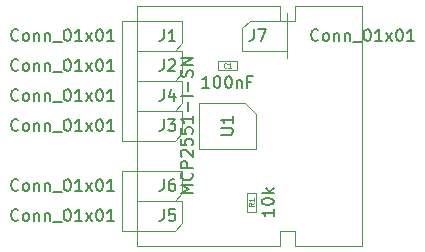
<source format=gbr>
%TF.GenerationSoftware,KiCad,Pcbnew,(5.1.9)-1*%
%TF.CreationDate,2021-05-27T15:02:39+02:00*%
%TF.ProjectId,15_XCAN,31355f58-4341-44e2-9e6b-696361645f70,rev?*%
%TF.SameCoordinates,Original*%
%TF.FileFunction,Other,Fab,Top*%
%FSLAX46Y46*%
G04 Gerber Fmt 4.6, Leading zero omitted, Abs format (unit mm)*
G04 Created by KiCad (PCBNEW (5.1.9)-1) date 2021-05-27 15:02:39*
%MOMM*%
%LPD*%
G01*
G04 APERTURE LIST*
%TA.AperFunction,Profile*%
%ADD10C,0.050000*%
%TD*%
%ADD11C,0.120000*%
%ADD12C,0.100000*%
%ADD13C,0.150000*%
%ADD14C,0.060000*%
G04 APERTURE END LIST*
D10*
X114935000Y-60960000D02*
X120650000Y-60960000D01*
X114935000Y-62230000D02*
X114935000Y-60960000D01*
X113665000Y-62230000D02*
X114935000Y-62230000D01*
X113665000Y-60960000D02*
X113665000Y-62230000D01*
X114935000Y-81280000D02*
X120650000Y-81280000D01*
X114935000Y-80010000D02*
X114935000Y-81280000D01*
X113665000Y-80010000D02*
X114935000Y-80010000D01*
X113665000Y-81280000D02*
X113665000Y-80010000D01*
X101600000Y-62230000D02*
X101600000Y-60960000D01*
X100330000Y-62230000D02*
X101600000Y-62230000D01*
X100330000Y-64770000D02*
X100330000Y-62230000D01*
X100330000Y-72390000D02*
X100330000Y-67310000D01*
X101600000Y-72390000D02*
X100330000Y-72390000D01*
X101600000Y-74930000D02*
X101600000Y-72390000D01*
X100330000Y-74930000D02*
X101600000Y-74930000D01*
X120650000Y-60960000D02*
X120650000Y-81280000D01*
X101600000Y-60960000D02*
X113665000Y-60960000D01*
X101600000Y-80010000D02*
X101600000Y-81280000D01*
X100330000Y-80010000D02*
X101600000Y-80010000D01*
X100330000Y-64770000D02*
X100330000Y-67310000D01*
X113665000Y-81280000D02*
X101600000Y-81280000D01*
X100330000Y-80010000D02*
X100330000Y-74930000D01*
D11*
%TO.C,J4*%
X101600000Y-70485000D02*
X101600000Y-66675000D01*
D12*
X104775000Y-69850000D02*
X101600000Y-69850000D01*
X101600000Y-67310000D02*
X102870000Y-67310000D01*
X102870000Y-67310000D02*
X105410000Y-67310000D01*
X105410000Y-67310000D02*
X105410000Y-69215000D01*
X105410000Y-69215000D02*
X104775000Y-69850000D01*
D11*
%TO.C,J1*%
X101600000Y-65405000D02*
X101600000Y-61595000D01*
D12*
X104775000Y-64770000D02*
X101600000Y-64770000D01*
X101600000Y-62230000D02*
X102870000Y-62230000D01*
X102870000Y-62230000D02*
X105410000Y-62230000D01*
X105410000Y-62230000D02*
X105410000Y-64135000D01*
X105410000Y-64135000D02*
X104775000Y-64770000D01*
D11*
%TO.C,J2*%
X101600000Y-67945000D02*
X101600000Y-64135000D01*
D12*
X104775000Y-67310000D02*
X101600000Y-67310000D01*
X101600000Y-64770000D02*
X102870000Y-64770000D01*
X102870000Y-64770000D02*
X105410000Y-64770000D01*
X105410000Y-64770000D02*
X105410000Y-66675000D01*
X105410000Y-66675000D02*
X104775000Y-67310000D01*
D11*
%TO.C,J3*%
X101600000Y-73025000D02*
X101600000Y-69215000D01*
D12*
X104775000Y-72390000D02*
X101600000Y-72390000D01*
X101600000Y-69850000D02*
X102870000Y-69850000D01*
X102870000Y-69850000D02*
X105410000Y-69850000D01*
X105410000Y-69850000D02*
X105410000Y-71755000D01*
X105410000Y-71755000D02*
X104775000Y-72390000D01*
%TO.C,R1*%
X111652000Y-78397000D02*
X110852000Y-78397000D01*
X110852000Y-78397000D02*
X110852000Y-76797000D01*
X110852000Y-76797000D02*
X111652000Y-76797000D01*
X111652000Y-76797000D02*
X111652000Y-78397000D01*
D11*
%TO.C,J5*%
X101600000Y-80645000D02*
X101600000Y-76835000D01*
D12*
X104775000Y-80010000D02*
X101600000Y-80010000D01*
X101600000Y-77470000D02*
X102870000Y-77470000D01*
X102870000Y-77470000D02*
X105410000Y-77470000D01*
X105410000Y-77470000D02*
X105410000Y-79375000D01*
X105410000Y-79375000D02*
X104775000Y-80010000D01*
%TO.C,C1*%
X108420000Y-66440000D02*
X108420000Y-65640000D01*
X108420000Y-65640000D02*
X110020000Y-65640000D01*
X110020000Y-65640000D02*
X110020000Y-66440000D01*
X110020000Y-66440000D02*
X108420000Y-66440000D01*
D11*
%TO.C,J6*%
X101600000Y-78105000D02*
X101600000Y-74295000D01*
D12*
X104775000Y-77470000D02*
X101600000Y-77470000D01*
X101600000Y-74930000D02*
X102870000Y-74930000D01*
X102870000Y-74930000D02*
X105410000Y-74930000D01*
X105410000Y-74930000D02*
X105410000Y-76835000D01*
X105410000Y-76835000D02*
X104775000Y-77470000D01*
%TO.C,U1*%
X111670000Y-70145000D02*
X111670000Y-73070000D01*
X111670000Y-73070000D02*
X106770000Y-73070000D01*
X106770000Y-73070000D02*
X106770000Y-69170000D01*
X106770000Y-69170000D02*
X110695000Y-69170000D01*
X110695000Y-69170000D02*
X111670000Y-70145000D01*
D11*
%TO.C,J7*%
X114300000Y-61595000D02*
X114300000Y-65405000D01*
D12*
X111125000Y-62230000D02*
X114300000Y-62230000D01*
X114300000Y-64770000D02*
X113030000Y-64770000D01*
X113030000Y-64770000D02*
X110490000Y-64770000D01*
X110490000Y-64770000D02*
X110490000Y-62865000D01*
X110490000Y-62865000D02*
X111125000Y-62230000D01*
%TD*%
%TO.C,J4*%
D13*
X91511904Y-68937142D02*
X91464285Y-68984761D01*
X91321428Y-69032380D01*
X91226190Y-69032380D01*
X91083333Y-68984761D01*
X90988095Y-68889523D01*
X90940476Y-68794285D01*
X90892857Y-68603809D01*
X90892857Y-68460952D01*
X90940476Y-68270476D01*
X90988095Y-68175238D01*
X91083333Y-68080000D01*
X91226190Y-68032380D01*
X91321428Y-68032380D01*
X91464285Y-68080000D01*
X91511904Y-68127619D01*
X92083333Y-69032380D02*
X91988095Y-68984761D01*
X91940476Y-68937142D01*
X91892857Y-68841904D01*
X91892857Y-68556190D01*
X91940476Y-68460952D01*
X91988095Y-68413333D01*
X92083333Y-68365714D01*
X92226190Y-68365714D01*
X92321428Y-68413333D01*
X92369047Y-68460952D01*
X92416666Y-68556190D01*
X92416666Y-68841904D01*
X92369047Y-68937142D01*
X92321428Y-68984761D01*
X92226190Y-69032380D01*
X92083333Y-69032380D01*
X92845238Y-68365714D02*
X92845238Y-69032380D01*
X92845238Y-68460952D02*
X92892857Y-68413333D01*
X92988095Y-68365714D01*
X93130952Y-68365714D01*
X93226190Y-68413333D01*
X93273809Y-68508571D01*
X93273809Y-69032380D01*
X93750000Y-68365714D02*
X93750000Y-69032380D01*
X93750000Y-68460952D02*
X93797619Y-68413333D01*
X93892857Y-68365714D01*
X94035714Y-68365714D01*
X94130952Y-68413333D01*
X94178571Y-68508571D01*
X94178571Y-69032380D01*
X94416666Y-69127619D02*
X95178571Y-69127619D01*
X95607142Y-68032380D02*
X95702380Y-68032380D01*
X95797619Y-68080000D01*
X95845238Y-68127619D01*
X95892857Y-68222857D01*
X95940476Y-68413333D01*
X95940476Y-68651428D01*
X95892857Y-68841904D01*
X95845238Y-68937142D01*
X95797619Y-68984761D01*
X95702380Y-69032380D01*
X95607142Y-69032380D01*
X95511904Y-68984761D01*
X95464285Y-68937142D01*
X95416666Y-68841904D01*
X95369047Y-68651428D01*
X95369047Y-68413333D01*
X95416666Y-68222857D01*
X95464285Y-68127619D01*
X95511904Y-68080000D01*
X95607142Y-68032380D01*
X96892857Y-69032380D02*
X96321428Y-69032380D01*
X96607142Y-69032380D02*
X96607142Y-68032380D01*
X96511904Y-68175238D01*
X96416666Y-68270476D01*
X96321428Y-68318095D01*
X97226190Y-69032380D02*
X97750000Y-68365714D01*
X97226190Y-68365714D02*
X97750000Y-69032380D01*
X98321428Y-68032380D02*
X98416666Y-68032380D01*
X98511904Y-68080000D01*
X98559523Y-68127619D01*
X98607142Y-68222857D01*
X98654761Y-68413333D01*
X98654761Y-68651428D01*
X98607142Y-68841904D01*
X98559523Y-68937142D01*
X98511904Y-68984761D01*
X98416666Y-69032380D01*
X98321428Y-69032380D01*
X98226190Y-68984761D01*
X98178571Y-68937142D01*
X98130952Y-68841904D01*
X98083333Y-68651428D01*
X98083333Y-68413333D01*
X98130952Y-68222857D01*
X98178571Y-68127619D01*
X98226190Y-68080000D01*
X98321428Y-68032380D01*
X99607142Y-69032380D02*
X99035714Y-69032380D01*
X99321428Y-69032380D02*
X99321428Y-68032380D01*
X99226190Y-68175238D01*
X99130952Y-68270476D01*
X99035714Y-68318095D01*
X103806666Y-68032380D02*
X103806666Y-68746666D01*
X103759047Y-68889523D01*
X103663809Y-68984761D01*
X103520952Y-69032380D01*
X103425714Y-69032380D01*
X104711428Y-68365714D02*
X104711428Y-69032380D01*
X104473333Y-67984761D02*
X104235238Y-68699047D01*
X104854285Y-68699047D01*
%TO.C,J1*%
X91511904Y-63857142D02*
X91464285Y-63904761D01*
X91321428Y-63952380D01*
X91226190Y-63952380D01*
X91083333Y-63904761D01*
X90988095Y-63809523D01*
X90940476Y-63714285D01*
X90892857Y-63523809D01*
X90892857Y-63380952D01*
X90940476Y-63190476D01*
X90988095Y-63095238D01*
X91083333Y-63000000D01*
X91226190Y-62952380D01*
X91321428Y-62952380D01*
X91464285Y-63000000D01*
X91511904Y-63047619D01*
X92083333Y-63952380D02*
X91988095Y-63904761D01*
X91940476Y-63857142D01*
X91892857Y-63761904D01*
X91892857Y-63476190D01*
X91940476Y-63380952D01*
X91988095Y-63333333D01*
X92083333Y-63285714D01*
X92226190Y-63285714D01*
X92321428Y-63333333D01*
X92369047Y-63380952D01*
X92416666Y-63476190D01*
X92416666Y-63761904D01*
X92369047Y-63857142D01*
X92321428Y-63904761D01*
X92226190Y-63952380D01*
X92083333Y-63952380D01*
X92845238Y-63285714D02*
X92845238Y-63952380D01*
X92845238Y-63380952D02*
X92892857Y-63333333D01*
X92988095Y-63285714D01*
X93130952Y-63285714D01*
X93226190Y-63333333D01*
X93273809Y-63428571D01*
X93273809Y-63952380D01*
X93750000Y-63285714D02*
X93750000Y-63952380D01*
X93750000Y-63380952D02*
X93797619Y-63333333D01*
X93892857Y-63285714D01*
X94035714Y-63285714D01*
X94130952Y-63333333D01*
X94178571Y-63428571D01*
X94178571Y-63952380D01*
X94416666Y-64047619D02*
X95178571Y-64047619D01*
X95607142Y-62952380D02*
X95702380Y-62952380D01*
X95797619Y-63000000D01*
X95845238Y-63047619D01*
X95892857Y-63142857D01*
X95940476Y-63333333D01*
X95940476Y-63571428D01*
X95892857Y-63761904D01*
X95845238Y-63857142D01*
X95797619Y-63904761D01*
X95702380Y-63952380D01*
X95607142Y-63952380D01*
X95511904Y-63904761D01*
X95464285Y-63857142D01*
X95416666Y-63761904D01*
X95369047Y-63571428D01*
X95369047Y-63333333D01*
X95416666Y-63142857D01*
X95464285Y-63047619D01*
X95511904Y-63000000D01*
X95607142Y-62952380D01*
X96892857Y-63952380D02*
X96321428Y-63952380D01*
X96607142Y-63952380D02*
X96607142Y-62952380D01*
X96511904Y-63095238D01*
X96416666Y-63190476D01*
X96321428Y-63238095D01*
X97226190Y-63952380D02*
X97750000Y-63285714D01*
X97226190Y-63285714D02*
X97750000Y-63952380D01*
X98321428Y-62952380D02*
X98416666Y-62952380D01*
X98511904Y-63000000D01*
X98559523Y-63047619D01*
X98607142Y-63142857D01*
X98654761Y-63333333D01*
X98654761Y-63571428D01*
X98607142Y-63761904D01*
X98559523Y-63857142D01*
X98511904Y-63904761D01*
X98416666Y-63952380D01*
X98321428Y-63952380D01*
X98226190Y-63904761D01*
X98178571Y-63857142D01*
X98130952Y-63761904D01*
X98083333Y-63571428D01*
X98083333Y-63333333D01*
X98130952Y-63142857D01*
X98178571Y-63047619D01*
X98226190Y-63000000D01*
X98321428Y-62952380D01*
X99607142Y-63952380D02*
X99035714Y-63952380D01*
X99321428Y-63952380D02*
X99321428Y-62952380D01*
X99226190Y-63095238D01*
X99130952Y-63190476D01*
X99035714Y-63238095D01*
X103806666Y-62952380D02*
X103806666Y-63666666D01*
X103759047Y-63809523D01*
X103663809Y-63904761D01*
X103520952Y-63952380D01*
X103425714Y-63952380D01*
X104806666Y-63952380D02*
X104235238Y-63952380D01*
X104520952Y-63952380D02*
X104520952Y-62952380D01*
X104425714Y-63095238D01*
X104330476Y-63190476D01*
X104235238Y-63238095D01*
%TO.C,J2*%
X91511904Y-66397142D02*
X91464285Y-66444761D01*
X91321428Y-66492380D01*
X91226190Y-66492380D01*
X91083333Y-66444761D01*
X90988095Y-66349523D01*
X90940476Y-66254285D01*
X90892857Y-66063809D01*
X90892857Y-65920952D01*
X90940476Y-65730476D01*
X90988095Y-65635238D01*
X91083333Y-65540000D01*
X91226190Y-65492380D01*
X91321428Y-65492380D01*
X91464285Y-65540000D01*
X91511904Y-65587619D01*
X92083333Y-66492380D02*
X91988095Y-66444761D01*
X91940476Y-66397142D01*
X91892857Y-66301904D01*
X91892857Y-66016190D01*
X91940476Y-65920952D01*
X91988095Y-65873333D01*
X92083333Y-65825714D01*
X92226190Y-65825714D01*
X92321428Y-65873333D01*
X92369047Y-65920952D01*
X92416666Y-66016190D01*
X92416666Y-66301904D01*
X92369047Y-66397142D01*
X92321428Y-66444761D01*
X92226190Y-66492380D01*
X92083333Y-66492380D01*
X92845238Y-65825714D02*
X92845238Y-66492380D01*
X92845238Y-65920952D02*
X92892857Y-65873333D01*
X92988095Y-65825714D01*
X93130952Y-65825714D01*
X93226190Y-65873333D01*
X93273809Y-65968571D01*
X93273809Y-66492380D01*
X93750000Y-65825714D02*
X93750000Y-66492380D01*
X93750000Y-65920952D02*
X93797619Y-65873333D01*
X93892857Y-65825714D01*
X94035714Y-65825714D01*
X94130952Y-65873333D01*
X94178571Y-65968571D01*
X94178571Y-66492380D01*
X94416666Y-66587619D02*
X95178571Y-66587619D01*
X95607142Y-65492380D02*
X95702380Y-65492380D01*
X95797619Y-65540000D01*
X95845238Y-65587619D01*
X95892857Y-65682857D01*
X95940476Y-65873333D01*
X95940476Y-66111428D01*
X95892857Y-66301904D01*
X95845238Y-66397142D01*
X95797619Y-66444761D01*
X95702380Y-66492380D01*
X95607142Y-66492380D01*
X95511904Y-66444761D01*
X95464285Y-66397142D01*
X95416666Y-66301904D01*
X95369047Y-66111428D01*
X95369047Y-65873333D01*
X95416666Y-65682857D01*
X95464285Y-65587619D01*
X95511904Y-65540000D01*
X95607142Y-65492380D01*
X96892857Y-66492380D02*
X96321428Y-66492380D01*
X96607142Y-66492380D02*
X96607142Y-65492380D01*
X96511904Y-65635238D01*
X96416666Y-65730476D01*
X96321428Y-65778095D01*
X97226190Y-66492380D02*
X97750000Y-65825714D01*
X97226190Y-65825714D02*
X97750000Y-66492380D01*
X98321428Y-65492380D02*
X98416666Y-65492380D01*
X98511904Y-65540000D01*
X98559523Y-65587619D01*
X98607142Y-65682857D01*
X98654761Y-65873333D01*
X98654761Y-66111428D01*
X98607142Y-66301904D01*
X98559523Y-66397142D01*
X98511904Y-66444761D01*
X98416666Y-66492380D01*
X98321428Y-66492380D01*
X98226190Y-66444761D01*
X98178571Y-66397142D01*
X98130952Y-66301904D01*
X98083333Y-66111428D01*
X98083333Y-65873333D01*
X98130952Y-65682857D01*
X98178571Y-65587619D01*
X98226190Y-65540000D01*
X98321428Y-65492380D01*
X99607142Y-66492380D02*
X99035714Y-66492380D01*
X99321428Y-66492380D02*
X99321428Y-65492380D01*
X99226190Y-65635238D01*
X99130952Y-65730476D01*
X99035714Y-65778095D01*
X103806666Y-65492380D02*
X103806666Y-66206666D01*
X103759047Y-66349523D01*
X103663809Y-66444761D01*
X103520952Y-66492380D01*
X103425714Y-66492380D01*
X104235238Y-65587619D02*
X104282857Y-65540000D01*
X104378095Y-65492380D01*
X104616190Y-65492380D01*
X104711428Y-65540000D01*
X104759047Y-65587619D01*
X104806666Y-65682857D01*
X104806666Y-65778095D01*
X104759047Y-65920952D01*
X104187619Y-66492380D01*
X104806666Y-66492380D01*
%TO.C,J3*%
X91511904Y-71477142D02*
X91464285Y-71524761D01*
X91321428Y-71572380D01*
X91226190Y-71572380D01*
X91083333Y-71524761D01*
X90988095Y-71429523D01*
X90940476Y-71334285D01*
X90892857Y-71143809D01*
X90892857Y-71000952D01*
X90940476Y-70810476D01*
X90988095Y-70715238D01*
X91083333Y-70620000D01*
X91226190Y-70572380D01*
X91321428Y-70572380D01*
X91464285Y-70620000D01*
X91511904Y-70667619D01*
X92083333Y-71572380D02*
X91988095Y-71524761D01*
X91940476Y-71477142D01*
X91892857Y-71381904D01*
X91892857Y-71096190D01*
X91940476Y-71000952D01*
X91988095Y-70953333D01*
X92083333Y-70905714D01*
X92226190Y-70905714D01*
X92321428Y-70953333D01*
X92369047Y-71000952D01*
X92416666Y-71096190D01*
X92416666Y-71381904D01*
X92369047Y-71477142D01*
X92321428Y-71524761D01*
X92226190Y-71572380D01*
X92083333Y-71572380D01*
X92845238Y-70905714D02*
X92845238Y-71572380D01*
X92845238Y-71000952D02*
X92892857Y-70953333D01*
X92988095Y-70905714D01*
X93130952Y-70905714D01*
X93226190Y-70953333D01*
X93273809Y-71048571D01*
X93273809Y-71572380D01*
X93750000Y-70905714D02*
X93750000Y-71572380D01*
X93750000Y-71000952D02*
X93797619Y-70953333D01*
X93892857Y-70905714D01*
X94035714Y-70905714D01*
X94130952Y-70953333D01*
X94178571Y-71048571D01*
X94178571Y-71572380D01*
X94416666Y-71667619D02*
X95178571Y-71667619D01*
X95607142Y-70572380D02*
X95702380Y-70572380D01*
X95797619Y-70620000D01*
X95845238Y-70667619D01*
X95892857Y-70762857D01*
X95940476Y-70953333D01*
X95940476Y-71191428D01*
X95892857Y-71381904D01*
X95845238Y-71477142D01*
X95797619Y-71524761D01*
X95702380Y-71572380D01*
X95607142Y-71572380D01*
X95511904Y-71524761D01*
X95464285Y-71477142D01*
X95416666Y-71381904D01*
X95369047Y-71191428D01*
X95369047Y-70953333D01*
X95416666Y-70762857D01*
X95464285Y-70667619D01*
X95511904Y-70620000D01*
X95607142Y-70572380D01*
X96892857Y-71572380D02*
X96321428Y-71572380D01*
X96607142Y-71572380D02*
X96607142Y-70572380D01*
X96511904Y-70715238D01*
X96416666Y-70810476D01*
X96321428Y-70858095D01*
X97226190Y-71572380D02*
X97750000Y-70905714D01*
X97226190Y-70905714D02*
X97750000Y-71572380D01*
X98321428Y-70572380D02*
X98416666Y-70572380D01*
X98511904Y-70620000D01*
X98559523Y-70667619D01*
X98607142Y-70762857D01*
X98654761Y-70953333D01*
X98654761Y-71191428D01*
X98607142Y-71381904D01*
X98559523Y-71477142D01*
X98511904Y-71524761D01*
X98416666Y-71572380D01*
X98321428Y-71572380D01*
X98226190Y-71524761D01*
X98178571Y-71477142D01*
X98130952Y-71381904D01*
X98083333Y-71191428D01*
X98083333Y-70953333D01*
X98130952Y-70762857D01*
X98178571Y-70667619D01*
X98226190Y-70620000D01*
X98321428Y-70572380D01*
X99607142Y-71572380D02*
X99035714Y-71572380D01*
X99321428Y-71572380D02*
X99321428Y-70572380D01*
X99226190Y-70715238D01*
X99130952Y-70810476D01*
X99035714Y-70858095D01*
X103806666Y-70572380D02*
X103806666Y-71286666D01*
X103759047Y-71429523D01*
X103663809Y-71524761D01*
X103520952Y-71572380D01*
X103425714Y-71572380D01*
X104187619Y-70572380D02*
X104806666Y-70572380D01*
X104473333Y-70953333D01*
X104616190Y-70953333D01*
X104711428Y-71000952D01*
X104759047Y-71048571D01*
X104806666Y-71143809D01*
X104806666Y-71381904D01*
X104759047Y-71477142D01*
X104711428Y-71524761D01*
X104616190Y-71572380D01*
X104330476Y-71572380D01*
X104235238Y-71524761D01*
X104187619Y-71477142D01*
%TO.C,R1*%
X113134380Y-78192238D02*
X113134380Y-78763666D01*
X113134380Y-78477952D02*
X112134380Y-78477952D01*
X112277238Y-78573190D01*
X112372476Y-78668428D01*
X112420095Y-78763666D01*
X112134380Y-77573190D02*
X112134380Y-77477952D01*
X112182000Y-77382714D01*
X112229619Y-77335095D01*
X112324857Y-77287476D01*
X112515333Y-77239857D01*
X112753428Y-77239857D01*
X112943904Y-77287476D01*
X113039142Y-77335095D01*
X113086761Y-77382714D01*
X113134380Y-77477952D01*
X113134380Y-77573190D01*
X113086761Y-77668428D01*
X113039142Y-77716047D01*
X112943904Y-77763666D01*
X112753428Y-77811285D01*
X112515333Y-77811285D01*
X112324857Y-77763666D01*
X112229619Y-77716047D01*
X112182000Y-77668428D01*
X112134380Y-77573190D01*
X113134380Y-76811285D02*
X112134380Y-76811285D01*
X112753428Y-76716047D02*
X113134380Y-76430333D01*
X112467714Y-76430333D02*
X112848666Y-76811285D01*
D14*
X111432952Y-77663666D02*
X111242476Y-77797000D01*
X111432952Y-77892238D02*
X111032952Y-77892238D01*
X111032952Y-77739857D01*
X111052000Y-77701761D01*
X111071047Y-77682714D01*
X111109142Y-77663666D01*
X111166285Y-77663666D01*
X111204380Y-77682714D01*
X111223428Y-77701761D01*
X111242476Y-77739857D01*
X111242476Y-77892238D01*
X111432952Y-77282714D02*
X111432952Y-77511285D01*
X111432952Y-77397000D02*
X111032952Y-77397000D01*
X111090095Y-77435095D01*
X111128190Y-77473190D01*
X111147238Y-77511285D01*
%TO.C,J5*%
D13*
X91511904Y-79097142D02*
X91464285Y-79144761D01*
X91321428Y-79192380D01*
X91226190Y-79192380D01*
X91083333Y-79144761D01*
X90988095Y-79049523D01*
X90940476Y-78954285D01*
X90892857Y-78763809D01*
X90892857Y-78620952D01*
X90940476Y-78430476D01*
X90988095Y-78335238D01*
X91083333Y-78240000D01*
X91226190Y-78192380D01*
X91321428Y-78192380D01*
X91464285Y-78240000D01*
X91511904Y-78287619D01*
X92083333Y-79192380D02*
X91988095Y-79144761D01*
X91940476Y-79097142D01*
X91892857Y-79001904D01*
X91892857Y-78716190D01*
X91940476Y-78620952D01*
X91988095Y-78573333D01*
X92083333Y-78525714D01*
X92226190Y-78525714D01*
X92321428Y-78573333D01*
X92369047Y-78620952D01*
X92416666Y-78716190D01*
X92416666Y-79001904D01*
X92369047Y-79097142D01*
X92321428Y-79144761D01*
X92226190Y-79192380D01*
X92083333Y-79192380D01*
X92845238Y-78525714D02*
X92845238Y-79192380D01*
X92845238Y-78620952D02*
X92892857Y-78573333D01*
X92988095Y-78525714D01*
X93130952Y-78525714D01*
X93226190Y-78573333D01*
X93273809Y-78668571D01*
X93273809Y-79192380D01*
X93750000Y-78525714D02*
X93750000Y-79192380D01*
X93750000Y-78620952D02*
X93797619Y-78573333D01*
X93892857Y-78525714D01*
X94035714Y-78525714D01*
X94130952Y-78573333D01*
X94178571Y-78668571D01*
X94178571Y-79192380D01*
X94416666Y-79287619D02*
X95178571Y-79287619D01*
X95607142Y-78192380D02*
X95702380Y-78192380D01*
X95797619Y-78240000D01*
X95845238Y-78287619D01*
X95892857Y-78382857D01*
X95940476Y-78573333D01*
X95940476Y-78811428D01*
X95892857Y-79001904D01*
X95845238Y-79097142D01*
X95797619Y-79144761D01*
X95702380Y-79192380D01*
X95607142Y-79192380D01*
X95511904Y-79144761D01*
X95464285Y-79097142D01*
X95416666Y-79001904D01*
X95369047Y-78811428D01*
X95369047Y-78573333D01*
X95416666Y-78382857D01*
X95464285Y-78287619D01*
X95511904Y-78240000D01*
X95607142Y-78192380D01*
X96892857Y-79192380D02*
X96321428Y-79192380D01*
X96607142Y-79192380D02*
X96607142Y-78192380D01*
X96511904Y-78335238D01*
X96416666Y-78430476D01*
X96321428Y-78478095D01*
X97226190Y-79192380D02*
X97750000Y-78525714D01*
X97226190Y-78525714D02*
X97750000Y-79192380D01*
X98321428Y-78192380D02*
X98416666Y-78192380D01*
X98511904Y-78240000D01*
X98559523Y-78287619D01*
X98607142Y-78382857D01*
X98654761Y-78573333D01*
X98654761Y-78811428D01*
X98607142Y-79001904D01*
X98559523Y-79097142D01*
X98511904Y-79144761D01*
X98416666Y-79192380D01*
X98321428Y-79192380D01*
X98226190Y-79144761D01*
X98178571Y-79097142D01*
X98130952Y-79001904D01*
X98083333Y-78811428D01*
X98083333Y-78573333D01*
X98130952Y-78382857D01*
X98178571Y-78287619D01*
X98226190Y-78240000D01*
X98321428Y-78192380D01*
X99607142Y-79192380D02*
X99035714Y-79192380D01*
X99321428Y-79192380D02*
X99321428Y-78192380D01*
X99226190Y-78335238D01*
X99130952Y-78430476D01*
X99035714Y-78478095D01*
X103806666Y-78192380D02*
X103806666Y-78906666D01*
X103759047Y-79049523D01*
X103663809Y-79144761D01*
X103520952Y-79192380D01*
X103425714Y-79192380D01*
X104759047Y-78192380D02*
X104282857Y-78192380D01*
X104235238Y-78668571D01*
X104282857Y-78620952D01*
X104378095Y-78573333D01*
X104616190Y-78573333D01*
X104711428Y-78620952D01*
X104759047Y-78668571D01*
X104806666Y-78763809D01*
X104806666Y-79001904D01*
X104759047Y-79097142D01*
X104711428Y-79144761D01*
X104616190Y-79192380D01*
X104378095Y-79192380D01*
X104282857Y-79144761D01*
X104235238Y-79097142D01*
%TO.C,C1*%
X107672380Y-67922380D02*
X107100952Y-67922380D01*
X107386666Y-67922380D02*
X107386666Y-66922380D01*
X107291428Y-67065238D01*
X107196190Y-67160476D01*
X107100952Y-67208095D01*
X108291428Y-66922380D02*
X108386666Y-66922380D01*
X108481904Y-66970000D01*
X108529523Y-67017619D01*
X108577142Y-67112857D01*
X108624761Y-67303333D01*
X108624761Y-67541428D01*
X108577142Y-67731904D01*
X108529523Y-67827142D01*
X108481904Y-67874761D01*
X108386666Y-67922380D01*
X108291428Y-67922380D01*
X108196190Y-67874761D01*
X108148571Y-67827142D01*
X108100952Y-67731904D01*
X108053333Y-67541428D01*
X108053333Y-67303333D01*
X108100952Y-67112857D01*
X108148571Y-67017619D01*
X108196190Y-66970000D01*
X108291428Y-66922380D01*
X109243809Y-66922380D02*
X109339047Y-66922380D01*
X109434285Y-66970000D01*
X109481904Y-67017619D01*
X109529523Y-67112857D01*
X109577142Y-67303333D01*
X109577142Y-67541428D01*
X109529523Y-67731904D01*
X109481904Y-67827142D01*
X109434285Y-67874761D01*
X109339047Y-67922380D01*
X109243809Y-67922380D01*
X109148571Y-67874761D01*
X109100952Y-67827142D01*
X109053333Y-67731904D01*
X109005714Y-67541428D01*
X109005714Y-67303333D01*
X109053333Y-67112857D01*
X109100952Y-67017619D01*
X109148571Y-66970000D01*
X109243809Y-66922380D01*
X110005714Y-67255714D02*
X110005714Y-67922380D01*
X110005714Y-67350952D02*
X110053333Y-67303333D01*
X110148571Y-67255714D01*
X110291428Y-67255714D01*
X110386666Y-67303333D01*
X110434285Y-67398571D01*
X110434285Y-67922380D01*
X111243809Y-67398571D02*
X110910476Y-67398571D01*
X110910476Y-67922380D02*
X110910476Y-66922380D01*
X111386666Y-66922380D01*
D14*
X109153333Y-66182857D02*
X109134285Y-66201904D01*
X109077142Y-66220952D01*
X109039047Y-66220952D01*
X108981904Y-66201904D01*
X108943809Y-66163809D01*
X108924761Y-66125714D01*
X108905714Y-66049523D01*
X108905714Y-65992380D01*
X108924761Y-65916190D01*
X108943809Y-65878095D01*
X108981904Y-65840000D01*
X109039047Y-65820952D01*
X109077142Y-65820952D01*
X109134285Y-65840000D01*
X109153333Y-65859047D01*
X109534285Y-66220952D02*
X109305714Y-66220952D01*
X109420000Y-66220952D02*
X109420000Y-65820952D01*
X109381904Y-65878095D01*
X109343809Y-65916190D01*
X109305714Y-65935238D01*
%TO.C,J6*%
D13*
X91511904Y-76557142D02*
X91464285Y-76604761D01*
X91321428Y-76652380D01*
X91226190Y-76652380D01*
X91083333Y-76604761D01*
X90988095Y-76509523D01*
X90940476Y-76414285D01*
X90892857Y-76223809D01*
X90892857Y-76080952D01*
X90940476Y-75890476D01*
X90988095Y-75795238D01*
X91083333Y-75700000D01*
X91226190Y-75652380D01*
X91321428Y-75652380D01*
X91464285Y-75700000D01*
X91511904Y-75747619D01*
X92083333Y-76652380D02*
X91988095Y-76604761D01*
X91940476Y-76557142D01*
X91892857Y-76461904D01*
X91892857Y-76176190D01*
X91940476Y-76080952D01*
X91988095Y-76033333D01*
X92083333Y-75985714D01*
X92226190Y-75985714D01*
X92321428Y-76033333D01*
X92369047Y-76080952D01*
X92416666Y-76176190D01*
X92416666Y-76461904D01*
X92369047Y-76557142D01*
X92321428Y-76604761D01*
X92226190Y-76652380D01*
X92083333Y-76652380D01*
X92845238Y-75985714D02*
X92845238Y-76652380D01*
X92845238Y-76080952D02*
X92892857Y-76033333D01*
X92988095Y-75985714D01*
X93130952Y-75985714D01*
X93226190Y-76033333D01*
X93273809Y-76128571D01*
X93273809Y-76652380D01*
X93750000Y-75985714D02*
X93750000Y-76652380D01*
X93750000Y-76080952D02*
X93797619Y-76033333D01*
X93892857Y-75985714D01*
X94035714Y-75985714D01*
X94130952Y-76033333D01*
X94178571Y-76128571D01*
X94178571Y-76652380D01*
X94416666Y-76747619D02*
X95178571Y-76747619D01*
X95607142Y-75652380D02*
X95702380Y-75652380D01*
X95797619Y-75700000D01*
X95845238Y-75747619D01*
X95892857Y-75842857D01*
X95940476Y-76033333D01*
X95940476Y-76271428D01*
X95892857Y-76461904D01*
X95845238Y-76557142D01*
X95797619Y-76604761D01*
X95702380Y-76652380D01*
X95607142Y-76652380D01*
X95511904Y-76604761D01*
X95464285Y-76557142D01*
X95416666Y-76461904D01*
X95369047Y-76271428D01*
X95369047Y-76033333D01*
X95416666Y-75842857D01*
X95464285Y-75747619D01*
X95511904Y-75700000D01*
X95607142Y-75652380D01*
X96892857Y-76652380D02*
X96321428Y-76652380D01*
X96607142Y-76652380D02*
X96607142Y-75652380D01*
X96511904Y-75795238D01*
X96416666Y-75890476D01*
X96321428Y-75938095D01*
X97226190Y-76652380D02*
X97750000Y-75985714D01*
X97226190Y-75985714D02*
X97750000Y-76652380D01*
X98321428Y-75652380D02*
X98416666Y-75652380D01*
X98511904Y-75700000D01*
X98559523Y-75747619D01*
X98607142Y-75842857D01*
X98654761Y-76033333D01*
X98654761Y-76271428D01*
X98607142Y-76461904D01*
X98559523Y-76557142D01*
X98511904Y-76604761D01*
X98416666Y-76652380D01*
X98321428Y-76652380D01*
X98226190Y-76604761D01*
X98178571Y-76557142D01*
X98130952Y-76461904D01*
X98083333Y-76271428D01*
X98083333Y-76033333D01*
X98130952Y-75842857D01*
X98178571Y-75747619D01*
X98226190Y-75700000D01*
X98321428Y-75652380D01*
X99607142Y-76652380D02*
X99035714Y-76652380D01*
X99321428Y-76652380D02*
X99321428Y-75652380D01*
X99226190Y-75795238D01*
X99130952Y-75890476D01*
X99035714Y-75938095D01*
X103806666Y-75652380D02*
X103806666Y-76366666D01*
X103759047Y-76509523D01*
X103663809Y-76604761D01*
X103520952Y-76652380D01*
X103425714Y-76652380D01*
X104711428Y-75652380D02*
X104520952Y-75652380D01*
X104425714Y-75700000D01*
X104378095Y-75747619D01*
X104282857Y-75890476D01*
X104235238Y-76080952D01*
X104235238Y-76461904D01*
X104282857Y-76557142D01*
X104330476Y-76604761D01*
X104425714Y-76652380D01*
X104616190Y-76652380D01*
X104711428Y-76604761D01*
X104759047Y-76557142D01*
X104806666Y-76461904D01*
X104806666Y-76223809D01*
X104759047Y-76128571D01*
X104711428Y-76080952D01*
X104616190Y-76033333D01*
X104425714Y-76033333D01*
X104330476Y-76080952D01*
X104282857Y-76128571D01*
X104235238Y-76223809D01*
%TO.C,U1*%
X106272380Y-76834285D02*
X105272380Y-76834285D01*
X105986666Y-76500952D01*
X105272380Y-76167619D01*
X106272380Y-76167619D01*
X106177142Y-75120000D02*
X106224761Y-75167619D01*
X106272380Y-75310476D01*
X106272380Y-75405714D01*
X106224761Y-75548571D01*
X106129523Y-75643809D01*
X106034285Y-75691428D01*
X105843809Y-75739047D01*
X105700952Y-75739047D01*
X105510476Y-75691428D01*
X105415238Y-75643809D01*
X105320000Y-75548571D01*
X105272380Y-75405714D01*
X105272380Y-75310476D01*
X105320000Y-75167619D01*
X105367619Y-75120000D01*
X106272380Y-74691428D02*
X105272380Y-74691428D01*
X105272380Y-74310476D01*
X105320000Y-74215238D01*
X105367619Y-74167619D01*
X105462857Y-74120000D01*
X105605714Y-74120000D01*
X105700952Y-74167619D01*
X105748571Y-74215238D01*
X105796190Y-74310476D01*
X105796190Y-74691428D01*
X105367619Y-73739047D02*
X105320000Y-73691428D01*
X105272380Y-73596190D01*
X105272380Y-73358095D01*
X105320000Y-73262857D01*
X105367619Y-73215238D01*
X105462857Y-73167619D01*
X105558095Y-73167619D01*
X105700952Y-73215238D01*
X106272380Y-73786666D01*
X106272380Y-73167619D01*
X105272380Y-72262857D02*
X105272380Y-72739047D01*
X105748571Y-72786666D01*
X105700952Y-72739047D01*
X105653333Y-72643809D01*
X105653333Y-72405714D01*
X105700952Y-72310476D01*
X105748571Y-72262857D01*
X105843809Y-72215238D01*
X106081904Y-72215238D01*
X106177142Y-72262857D01*
X106224761Y-72310476D01*
X106272380Y-72405714D01*
X106272380Y-72643809D01*
X106224761Y-72739047D01*
X106177142Y-72786666D01*
X105272380Y-71310476D02*
X105272380Y-71786666D01*
X105748571Y-71834285D01*
X105700952Y-71786666D01*
X105653333Y-71691428D01*
X105653333Y-71453333D01*
X105700952Y-71358095D01*
X105748571Y-71310476D01*
X105843809Y-71262857D01*
X106081904Y-71262857D01*
X106177142Y-71310476D01*
X106224761Y-71358095D01*
X106272380Y-71453333D01*
X106272380Y-71691428D01*
X106224761Y-71786666D01*
X106177142Y-71834285D01*
X106272380Y-70310476D02*
X106272380Y-70881904D01*
X106272380Y-70596190D02*
X105272380Y-70596190D01*
X105415238Y-70691428D01*
X105510476Y-70786666D01*
X105558095Y-70881904D01*
X105891428Y-69881904D02*
X105891428Y-69120000D01*
X106272380Y-68643809D02*
X105272380Y-68643809D01*
X105891428Y-68167619D02*
X105891428Y-67405714D01*
X106224761Y-66977142D02*
X106272380Y-66834285D01*
X106272380Y-66596190D01*
X106224761Y-66500952D01*
X106177142Y-66453333D01*
X106081904Y-66405714D01*
X105986666Y-66405714D01*
X105891428Y-66453333D01*
X105843809Y-66500952D01*
X105796190Y-66596190D01*
X105748571Y-66786666D01*
X105700952Y-66881904D01*
X105653333Y-66929523D01*
X105558095Y-66977142D01*
X105462857Y-66977142D01*
X105367619Y-66929523D01*
X105320000Y-66881904D01*
X105272380Y-66786666D01*
X105272380Y-66548571D01*
X105320000Y-66405714D01*
X106272380Y-65977142D02*
X105272380Y-65977142D01*
X106272380Y-65405714D01*
X105272380Y-65405714D01*
X108683333Y-71866666D02*
X109476666Y-71866666D01*
X109570000Y-71820000D01*
X109616666Y-71773333D01*
X109663333Y-71680000D01*
X109663333Y-71493333D01*
X109616666Y-71400000D01*
X109570000Y-71353333D01*
X109476666Y-71306666D01*
X108683333Y-71306666D01*
X109663333Y-70326666D02*
X109663333Y-70886666D01*
X109663333Y-70606666D02*
X108683333Y-70606666D01*
X108823333Y-70700000D01*
X108916666Y-70793333D01*
X108963333Y-70886666D01*
%TO.C,J7*%
X116911904Y-63857142D02*
X116864285Y-63904761D01*
X116721428Y-63952380D01*
X116626190Y-63952380D01*
X116483333Y-63904761D01*
X116388095Y-63809523D01*
X116340476Y-63714285D01*
X116292857Y-63523809D01*
X116292857Y-63380952D01*
X116340476Y-63190476D01*
X116388095Y-63095238D01*
X116483333Y-63000000D01*
X116626190Y-62952380D01*
X116721428Y-62952380D01*
X116864285Y-63000000D01*
X116911904Y-63047619D01*
X117483333Y-63952380D02*
X117388095Y-63904761D01*
X117340476Y-63857142D01*
X117292857Y-63761904D01*
X117292857Y-63476190D01*
X117340476Y-63380952D01*
X117388095Y-63333333D01*
X117483333Y-63285714D01*
X117626190Y-63285714D01*
X117721428Y-63333333D01*
X117769047Y-63380952D01*
X117816666Y-63476190D01*
X117816666Y-63761904D01*
X117769047Y-63857142D01*
X117721428Y-63904761D01*
X117626190Y-63952380D01*
X117483333Y-63952380D01*
X118245238Y-63285714D02*
X118245238Y-63952380D01*
X118245238Y-63380952D02*
X118292857Y-63333333D01*
X118388095Y-63285714D01*
X118530952Y-63285714D01*
X118626190Y-63333333D01*
X118673809Y-63428571D01*
X118673809Y-63952380D01*
X119150000Y-63285714D02*
X119150000Y-63952380D01*
X119150000Y-63380952D02*
X119197619Y-63333333D01*
X119292857Y-63285714D01*
X119435714Y-63285714D01*
X119530952Y-63333333D01*
X119578571Y-63428571D01*
X119578571Y-63952380D01*
X119816666Y-64047619D02*
X120578571Y-64047619D01*
X121007142Y-62952380D02*
X121102380Y-62952380D01*
X121197619Y-63000000D01*
X121245238Y-63047619D01*
X121292857Y-63142857D01*
X121340476Y-63333333D01*
X121340476Y-63571428D01*
X121292857Y-63761904D01*
X121245238Y-63857142D01*
X121197619Y-63904761D01*
X121102380Y-63952380D01*
X121007142Y-63952380D01*
X120911904Y-63904761D01*
X120864285Y-63857142D01*
X120816666Y-63761904D01*
X120769047Y-63571428D01*
X120769047Y-63333333D01*
X120816666Y-63142857D01*
X120864285Y-63047619D01*
X120911904Y-63000000D01*
X121007142Y-62952380D01*
X122292857Y-63952380D02*
X121721428Y-63952380D01*
X122007142Y-63952380D02*
X122007142Y-62952380D01*
X121911904Y-63095238D01*
X121816666Y-63190476D01*
X121721428Y-63238095D01*
X122626190Y-63952380D02*
X123150000Y-63285714D01*
X122626190Y-63285714D02*
X123150000Y-63952380D01*
X123721428Y-62952380D02*
X123816666Y-62952380D01*
X123911904Y-63000000D01*
X123959523Y-63047619D01*
X124007142Y-63142857D01*
X124054761Y-63333333D01*
X124054761Y-63571428D01*
X124007142Y-63761904D01*
X123959523Y-63857142D01*
X123911904Y-63904761D01*
X123816666Y-63952380D01*
X123721428Y-63952380D01*
X123626190Y-63904761D01*
X123578571Y-63857142D01*
X123530952Y-63761904D01*
X123483333Y-63571428D01*
X123483333Y-63333333D01*
X123530952Y-63142857D01*
X123578571Y-63047619D01*
X123626190Y-63000000D01*
X123721428Y-62952380D01*
X125007142Y-63952380D02*
X124435714Y-63952380D01*
X124721428Y-63952380D02*
X124721428Y-62952380D01*
X124626190Y-63095238D01*
X124530952Y-63190476D01*
X124435714Y-63238095D01*
X111426666Y-62952380D02*
X111426666Y-63666666D01*
X111379047Y-63809523D01*
X111283809Y-63904761D01*
X111140952Y-63952380D01*
X111045714Y-63952380D01*
X111807619Y-62952380D02*
X112474285Y-62952380D01*
X112045714Y-63952380D01*
%TD*%
M02*

</source>
